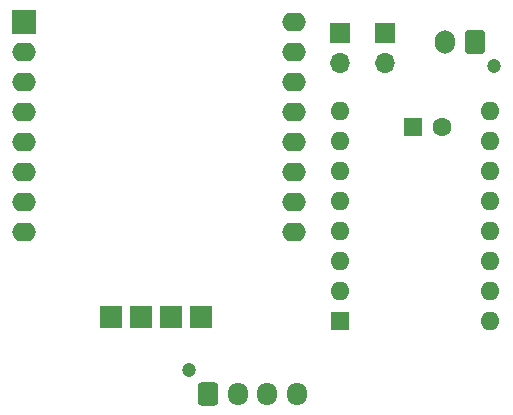
<source format=gbr>
%TF.GenerationSoftware,KiCad,Pcbnew,(6.0.7)*%
%TF.CreationDate,2022-09-22T21:27:18+02:00*%
%TF.ProjectId,PEQUENAreducida,50455155-454e-4417-9265-647563696461,rev?*%
%TF.SameCoordinates,Original*%
%TF.FileFunction,Soldermask,Bot*%
%TF.FilePolarity,Negative*%
%FSLAX46Y46*%
G04 Gerber Fmt 4.6, Leading zero omitted, Abs format (unit mm)*
G04 Created by KiCad (PCBNEW (6.0.7)) date 2022-09-22 21:27:18*
%MOMM*%
%LPD*%
G01*
G04 APERTURE LIST*
G04 Aperture macros list*
%AMRoundRect*
0 Rectangle with rounded corners*
0 $1 Rounding radius*
0 $2 $3 $4 $5 $6 $7 $8 $9 X,Y pos of 4 corners*
0 Add a 4 corners polygon primitive as box body*
4,1,4,$2,$3,$4,$5,$6,$7,$8,$9,$2,$3,0*
0 Add four circle primitives for the rounded corners*
1,1,$1+$1,$2,$3*
1,1,$1+$1,$4,$5*
1,1,$1+$1,$6,$7*
1,1,$1+$1,$8,$9*
0 Add four rect primitives between the rounded corners*
20,1,$1+$1,$2,$3,$4,$5,0*
20,1,$1+$1,$4,$5,$6,$7,0*
20,1,$1+$1,$6,$7,$8,$9,0*
20,1,$1+$1,$8,$9,$2,$3,0*%
G04 Aperture macros list end*
%ADD10R,2.000000X2.000000*%
%ADD11O,2.000000X1.600000*%
%ADD12R,1.600000X1.600000*%
%ADD13C,1.600000*%
%ADD14C,1.200000*%
%ADD15RoundRect,0.250000X-0.600000X-0.725000X0.600000X-0.725000X0.600000X0.725000X-0.600000X0.725000X0*%
%ADD16O,1.700000X1.950000*%
%ADD17RoundRect,0.250000X0.600000X0.750000X-0.600000X0.750000X-0.600000X-0.750000X0.600000X-0.750000X0*%
%ADD18O,1.700000X2.000000*%
%ADD19R,1.700000X1.700000*%
%ADD20O,1.700000X1.700000*%
%ADD21R,1.930400X1.930400*%
%ADD22O,1.600000X1.600000*%
G04 APERTURE END LIST*
D10*
%TO.C,WEMOS D1*%
X110944000Y-32778000D03*
D11*
X110944000Y-35318000D03*
X110944000Y-37858000D03*
X110944000Y-40398000D03*
X110944000Y-42938000D03*
X110944000Y-45478000D03*
X110944000Y-48018000D03*
X110944000Y-50558000D03*
X133804000Y-50558000D03*
X133804000Y-48018000D03*
X133804000Y-45478000D03*
X133804000Y-42938000D03*
X133804000Y-40398000D03*
X133804000Y-37858000D03*
X133804000Y-35318000D03*
X133804000Y-32778000D03*
%TD*%
D12*
%TO.C,35V100mf*%
X143844888Y-41700000D03*
D13*
X146344888Y-41700000D03*
%TD*%
D14*
%TO.C,MOTOR*%
X124950000Y-62275000D03*
D15*
X126550000Y-64275000D03*
D16*
X129050000Y-64275000D03*
X131550000Y-64275000D03*
X134050000Y-64275000D03*
%TD*%
D14*
%TO.C,- 24V +*%
X150698000Y-36544000D03*
D17*
X149098000Y-34544000D03*
D18*
X146598000Y-34544000D03*
%TD*%
D19*
%TO.C,J2*%
X137668000Y-33782000D03*
D20*
X137668000Y-36322000D03*
%TD*%
D19*
%TO.C,J1*%
X141478000Y-33782000D03*
D20*
X141478000Y-36322000D03*
%TD*%
D21*
%TO.C,WEMOS D1*%
X125890000Y-57775000D03*
X120810000Y-57775000D03*
X123350000Y-57775000D03*
X118270000Y-57775000D03*
%TD*%
D12*
%TO.C,DRIVER*%
X137668000Y-58166000D03*
D22*
X137668000Y-55626000D03*
X137668000Y-53086000D03*
X137668000Y-50546000D03*
X137668000Y-48006000D03*
X137668000Y-45466000D03*
X137668000Y-42926000D03*
X137668000Y-40386000D03*
X150368000Y-40386000D03*
X150368000Y-42926000D03*
X150368000Y-45466000D03*
X150368000Y-48006000D03*
X150368000Y-50546000D03*
X150368000Y-53086000D03*
X150368000Y-55626000D03*
X150368000Y-58166000D03*
%TD*%
M02*

</source>
